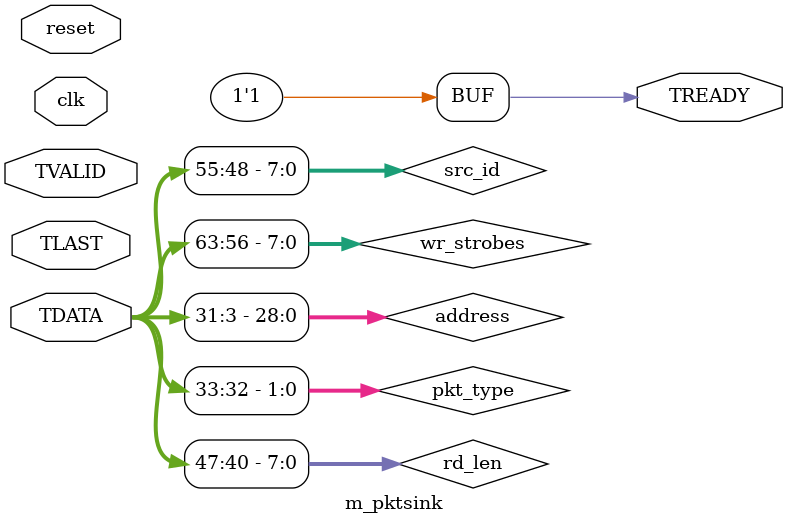
<source format=v>
/* Receive responses to requests issued by an m_pktgen
 *
 * Implements a random delay/backpressure, if THROTTLE parameter is set to 1.
 *
 * Copyright 2017, 2020 Matt Evans
 * SPDX-License-Identifier: Apache-2.0 WITH SHL-2.1
 *
 * Licensed under the Solderpad Hardware License v 2.1 (the “License”); you may
 * not use this file except in compliance with the License, or, at your option,
 * the Apache License version 2.0. You may obtain a copy of the License at
 *
 *  https://solderpad.org/licenses/SHL-2.1/
 *
 * Unless required by applicable law or agreed to in writing, any work
 * distributed under the License is distributed on an “AS IS” BASIS, WITHOUT
 * WARRANTIES OR CONDITIONS OF ANY KIND, either express or implied. See the
 * License for the specific language governing permissions and limitations
 * under the License.
 */

module m_pktsink(input wire        clk,
		 input wire 	   reset,
		 input wire 	   TVALID,
		 output wire 	   TREADY,
		 input wire [63:0] TDATA,
		 input wire 	   TLAST
		);

   parameter NAME = "PktSink";
   parameter THROTTLE = 0;

   reg 		     is_header;

   wire [15:0] 	     rng;

   rng		#(.S(16'h1234)
		  )
                RNG
		  (.clk(clk),
		   .reset(reset),
		   .rng_o(rng));

   assign TREADY = !THROTTLE || (rng[14] || rng[13]);

   reg [8:0] 	     count;

   wire [7:0] 	     wr_strobes;
   wire [7:0] 	     src_id;
   wire [7:0] 	     rd_len;
   wire [1:0] 	     pkt_type;
   wire [31:3] 	     address;
   reg [1:0] 	     pkt_type_r;
   reg [31:3] 	     address_r;

   assign {wr_strobes, src_id, rd_len} = TDATA[63:40];
   assign pkt_type = TDATA[33:32];
   assign address = TDATA[31:3];

   always @(posedge clk)
     begin
	if (reset) begin
	   is_header <= 1;
	   count <= 0;
	   pkt_type_r <= 0;
	   address_r <= 0;
	end else begin
	   if (TVALID && TREADY) begin
	      if (is_header) begin
		 /* Actually only type, src_id and possibly len are valid. */
		 $display("%s:  Got pkt type %d, addr %x, len %d, src_id %x", NAME, pkt_type, {address, 3'h0}, rd_len, src_id);
		 pkt_type_r <= pkt_type;
		 address_r <= address;

		 if (!TLAST) begin
		    // There's more than just the header.
		    if (pkt_type != 2'b10) begin // RDATA
		       $display("%s:  *** Multi-beat packet that isn't an RDATA", NAME);
		    end
		    is_header <= 0;
		    count <= 1;
		 end else begin
		    if (pkt_type == 2'b11) begin // WRACK
		       $display("%s:   Got WRACK for addr %x\n", NAME, {address, 3'h0});
		    end
		 end
	      end else begin // if (is_header)
		 // Count non-header beats
		 if (TLAST) begin
		    // OK, done; next beat is the next packet's header.
		    is_header <= 1;
		    if (pkt_type_r == 2'b10) begin
		       $display("%s:   ReadData %d beats from address %x\n", NAME, count, {address_r, 3'h0});
		    end else begin
		       $display("%s:  *** Mystery multi-beat packet was %d beats long\n", NAME, count);
		    end
		 end
		 count <= count + 1;
	      end // else: !if(is_header)
	   end
	end
     end
endmodule

</source>
